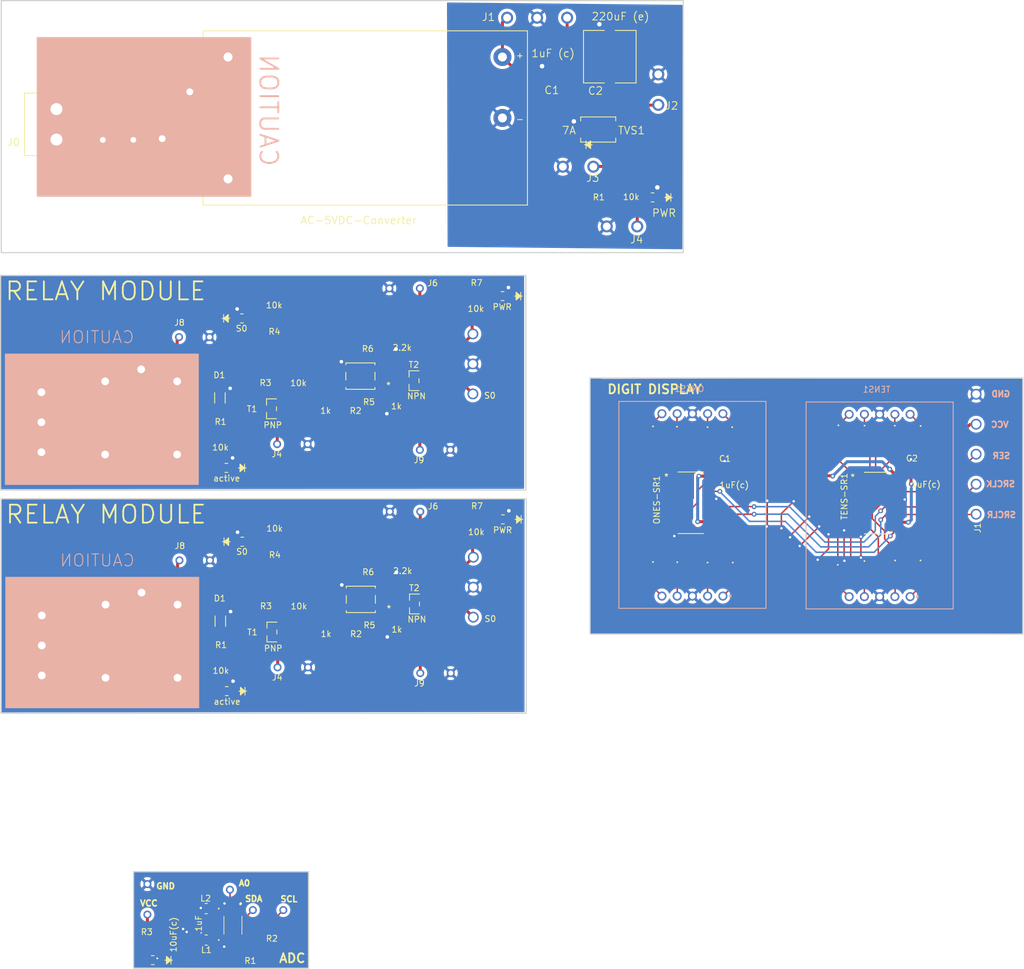
<source format=kicad_pcb>
(kicad_pcb (version 20221018) (generator pcbnew)
  (layers (0 "F.Cu" signal) (31 "B.Cu" signal) (34 "B.Paste" user) (35 "F.Paste" user) (36 "B.SilkS" user "B.Silkscreen") (37 "F.SilkS" user "F.Silkscreen") (38 "B.Mask" user) (39 "F.Mask" user) (44 "Edge.Cuts" user))
  (net 0 "")
  (net 1 "/VCC")
  (net 2 "/GND")
  (net 3 "Net-(J4-Pin_1)")
  (net 4 "/COM_INLET")
  (net 5 "/N{slash}O_INLET")
  (net 6 "Net-(J8-Pin_1)")
  (net 8 "Net-(Q1-Pad1)")
  (net 9 "Net-(Q1-Pad4)")
  (net 10 "/S0")
  (net 11 "/INLET_VCC")
  (net 12 "Net-(PWR1-Pad2)")
  (net 13 "Net-(R4-Pad1)")
  (net 14 "Net-(R1-Pad1)")
  (net 16 "/AGND")
  (net 17 "/AVCC")
  (net 18 "/A0")
  (net 19 "/SDA")
  (net 20 "/SCL")
  (net 21 "Net-(LED1-Pad2)")
  (net 22 "/O6")
  (net 23 "/O4")
  (net 24 "/O2")
  (net 25 "/O1")
  (net 26 "/O9")
  (net 27 "/O10")
  (net 28 "/O5")
  (net 29 "/O7")
  (net 30 "/T1")
  (net 31 "Net-(ONES1-Pad1)")
  (net 32 "Net-(ONES1-Pad2)")
  (net 33 "Net-(ONES1-Pad4)")
  (net 34 "Net-(ONES1-Pad5)")
  (net 35 "Net-(ONES1-Pad6)")
  (net 36 "Net-(ONES1-Pad7)")
  (net 37 "Net-(ONES1-Pad9)")
  (net 38 "Net-(ONES1-Pad10)")
  (net 40 "/T2")
  (net 41 "/T4")
  (net 42 "/T5")
  (net 43 "/T10")
  (net 44 "/T9")
  (net 45 "/T7")
  (net 46 "/T6")
  (net 47 "/SRCLK")
  (net 48 "/RCLK")
  (net 49 "/SER")
  (net 50 "/QH")
  (net 51 "Net-(R9-Pad2)")
  (net 52 "Net-(R10-Pad2)")
  (net 53 "Net-(R11-Pad2)")
  (net 54 "Net-(R12-Pad2)")
  (net 55 "Net-(R13-Pad1)")
  (net 56 "Net-(R14-Pad1)")
  (net 57 "Net-(R15-Pad1)")
  (net 58 "Net-(R16-Pad1)")
  (net 59 "/LIVE")
  (net 60 "/Neutral")
  (net 61 "Net-(u1-AC_L)")
  (footprint "pPSI:green LED" (layer "F.Cu") (at 58.36295 105.7282)
    (fp_text reference "S0")
    (fp_text value "green led" hide)
  )
  (footprint "pPSI:100ohm resistor" (layer "F.Cu") (at 162.04835 88.2432 -90)
    (fp_text reference "R15" hide)
    (fp_text value "100ohm-Resistor" hide)
  )
  (footprint "pPSI:220uF electrolytic capacitor" (layer "F.Cu") (at 119.605697 24.871449 90)
    (fp_text reference "C2")
    (fp_text value "220uF (e)")
  )
  (footprint "pPSI:NPN Transistor" (layer "F.Cu") (at 87.057102 116.11055 90)
    (fp_text reference "T2")
    (fp_text value "NPN")
  )
  (footprint "pPSI:NPN Transistor" (layer "F.Cu") (at 86.985999 78.889249 90)
    (fp_text reference "T2")
    (fp_text value "NPN")
  )
  (footprint "pPSI:optocoupler" (layer "F.Cu") (at 78.045199 78.127249 180)
    (fp_text reference "Q1" hide)
    (fp_text value "OPTOCOUPLER" hide)
  )
  (footprint "pPSI:optocoupler" (layer "F.Cu") (at 78.116302 115.34855 180)
    (fp_text reference "Q1" hide)
    (fp_text value "OPTOCOUPLER" hide)
  )
  (footprint "pPSI:ADS1115" (layer "F.Cu") (at 56.8 169.67 -90)
    (fp_text reference "U1" hide)
    (fp_text value "ADS1115IDGST" hide)
  )
  (footprint "pPSI:10kohm resistor" (layer "F.Cu") (at 57.3 174.9 90)
    (fp_text reference "R1")
    (fp_text value "10kohm" hide)
  )
  (footprint "pPSI:100ohm resistor" (layer "F.Cu") (at 130.84835 111.0039 -90)
    (fp_text reference "R3" hide)
    (fp_text value "100ohm-Resistor" hide)
  )
  (footprint "pPSI:1kohm resistor" (layer "F.Cu") (at 81.926302 119.63415)
    (fp_text reference "R5")
    (fp_text value "1k")
  )
  (footprint "pPSI:2 pin header" (layer "F.Cu") (at 64.24095 126.683)
    (fp_text reference "J4")
    (fp_text value "Conn_01x02" hide)
  )
  (footprint "pPSI:100ohm resistor" (layer "F.Cu") (at 126.79835 110.9737 -90)
    (fp_text reference "R4" hide)
    (fp_text value "100ohm-Resistor" hide)
  )
  (footprint "pPSI:small signal diode" (layer "F.Cu") (at 54.710302 118.98415 -90)
    (fp_text reference "D1")
    (fp_text value "Small-Signal-Diode" hide)
  )
  (footprint "pPSI:3 pin header" (layer "F.Cu") (at 96.790399 71.095249 -90)
    (fp_text reference "J3" hide)
    (fp_text value "Conn_01x03" hide)
  )
  (footprint "pPSI:470V Varistor" (layer "F.Cu") (at 47.317297 34.472649 -90)
    (fp_text reference "MOV1")
    (fp_text value "470V-Varistor" hide)
  )
  (footprint "pPSI:10kohm resistor" (layer "F.Cu") (at 54.74135 125.159 -90)
    (fp_text reference "R1")
    (fp_text value "10k")
  )
  (footprint "pPSI:2 pin header" (layer "F.Cu") (at 124.177697 53.167049 180)
    (fp_text reference "J4")
    (fp_text value "Conn_01x02" hide)
  )
  (footprint "pPSI:10kohm resistor" (layer "F.Cu") (at 63.611047 68.532099)
    (fp_text reference "R4")
    (fp_text value "10k")
  )
  (footprint "pPSI:100ohm resistor" (layer "F.Cu") (at 135.89835 88.4932 -90)
    (fp_text reference "R6" hide)
    (fp_text value "100ohm-Resistor" hide)
  )
  (footprint "pPSI:100ohm resistor" (layer "F.Cu") (at 130.79835 88.4234 -90)
    (fp_text reference "R7" hide)
    (fp_text value "100ohm-Resistor" hide)
  )
  (footprint "pPSI:2 pin header" (layer "F.Cu") (at 127.682897 32.897849 90)
    (fp_text reference "J2")
    (fp_text value "Conn_01x02" hide)
  )
  (footprint "pPSI:green LED" (layer "F.Cu") (at 43.45 175.5 180)
    (fp_text reference "LED1" hide)
    (fp_text value "PWR" hide)
  )
  (footprint "pPSI:ac-dc converter" (layer "F.Cu") (at 55.991397 24.922249)
    (fp_text reference "u1" hide)
    (fp_text value "AC-5VDC-Converter")
  )
  (footprint "pPSI:10kohm resistor" (layer "F.Cu") (at 42.7 172.8 90)
    (fp_text reference "R3")
    (fp_text value "10k" hide)
  )
  (footprint "pPSI:100ohm resistor" (layer "F.Cu") (at 135.89835 111.0737 -90)
    (fp_text reference "R2" hide)
    (fp_text value "100ohm-Resistor" hide)
  )
  (footprint "pPSI:1kohm resistor" (layer "F.Cu") (at 74.93435 121.1204 -90)
    (fp_text reference "R2")
    (fp_text value "1k")
  )
  (footprint "pPSI:1 pin header" (layer "F.Cu") (at 56.3 163.75)
    (fp_text reference "J3" hide)
    (fp_text value "Conn_01x01" hide)
  )
  (footprint "pPSI:100ohm resistor" (layer "F.Cu") (at 171.37975 110.7237 -90)
    (fp_text reference "R9" hide)
    (fp_text value "100ohm-Resistor" hide)
  )
  (footprint "pPSI:ferrite bead" (layer "F.Cu") (at 52.35 166.9 180)
    (fp_text reference "L2")
    (fp_text value "Ferrite-Bead" hide)
  )
  (footprint "pPSI:10kohm resistor" (layer "F.Cu") (at 97.289199 64.762849 180)
    (fp_text reference "R7")
    (fp_text value "10k")
  )
  (footprint "pPSI:FUSE" (layer "F.Cu") (at 40.205297 38.739849 180)
    (fp_text reference "F1")
    (fp_text value "FUSE" hide)
  )
  (footprint "pPSI:10kohm resistor" (layer "F.Cu") (at 60.7277 171.85 180)
    (fp_text reference "R2")
    (fp_text value "10kohm" hide)
  )
  (footprint "pPSI:100ohm resistor" (layer "F.Cu") (at 171.39835 88.2932 -90)
    (fp_text reference "R13" hide)
    (fp_text value "100ohm-Resistor" hide)
  )
  (footprint "pPSI:2.2kohm resisitor" (layer "F.Cu") (at 81.839199 73.562849 180)
    (fp_text reference "R6")
    (fp_text value "2.2k")
  )
  (footprint "pPSI:2 pin header" (layer "F.Cu") (at 42.55 167.9 90)
    (fp_text reference "J2" hide)
    (fp_text value "2-pin-header" hide)
  )
  (footprint "pPSI:3 pin header" (layer "F.Cu") (at 112.493697 18.369049 180)
    (fp_text reference "J1")
    (fp_text value "Conn_01x03" hide)
  )
  (footprint "pPSI:ferrite bead" (layer "F.Cu") (at 52.35 172.15 180)
    (fp_text reference "L1")
    (fp_text value "Ferrite-Bead" hide)
  )
  (footprint "pPSI:red LED" (layer "F.Cu") (at 55.78295 130.6482 180)
    (fp_text reference "active")
    (fp_text value "red led" hide)
  )
  (footprint "pPSI:100ohm resistor" (layer "F.Cu") (at 157.59835 111.4432 -90)
    (fp_text reference "R12" hide)
    (fp_text value "100ohm-Resistor" hide)
  )
  (footprint "pPSI:2-pin-terminal-block" (layer "F.Cu") (at 27.396697 38.689049 90)
    (fp_text reference "J0")
    (fp_text value "~" hide)
  )
  (footprint "pPSI:PNP Transistor" (layer "F.Cu") (at 63.30115 120.7902 90)
    (fp_text reference "T1")
    (fp_text value "PNP")
  )
  (footprint "pPSI:2 pin header" (layer "F.Cu") (at 116.862497 43.210249 180)
    (fp_text reference "J3")
    (fp_text value "Conn_01x02" hide)
  )
  (footprint "pPSI:2 pin header" (layer "F.Cu") (at 88.022302 100.71815 180)
    (fp_text reference "J6")
    (fp_text value "Conn_01x02" hide)
  )
  (footprint "pPSI:10kohm resistor" (layer "F.Cu") (at 63.68215 105.7534)
    (fp_text reference "R4")
    (fp_text value "10k")
  )
  (footprint "pPSI:red LED" (layer "F.Cu") (at 55.711847 93.426899 180)
    (fp_text reference "active")
    (fp_text value "red led" hide)
  )
  (footprint "pPSI:.1uF ceramic capacitor" (layer "F.Cu") (at 169.79835 93.8932 90)
    (fp_text reference "C2")
    (fp_text value ".1uF(c)")
  )
  (footprint "pPSI:100ohm resistor" (layer "F.Cu") (at 140.09835 111.0737 -90)
    (fp_text reference "R1" hide)
    (fp_text value "100ohm-Resistor" hide)
  )
  (footprint "pPSI:8 bit shift register" (layer "F.Cu") (at 164.14835 99.2932)
    (fp_text reference "TENS-SR1")
    (fp_text value "8bit-Shift-Register" hide)
  )
  (footprint "pPSI:2 pin header" (layer "F.Cu") (at 47.819199 71.624849)
    (fp_text reference "J8")
    (fp_text value "Conn_01x02" hide)
  )
  (footprint "pPSI:3-pin-terminal-block" (layer "F.Cu") (at 24.960302 118.03415 -90)
    (fp_text reference "J2")
    (fp_text value "~")
  )
  (footprint "pPSI:1kohm resistor" (layer "F.Cu") (at 74.863247 83.899099 -90)
    (fp_text reference "R2")
    (fp_text value "1k")
  )
  (footprint "pPSI:10kohm resistor" (layer "F.Cu") (at 120.326797 48.338249 180)
    (fp_text reference "R1")
    (fp_text value "10k")
  )
  (footprint "pPSI:5V Relay" (layer "F.Cu") (at 47.5812 116.220849 90)
    (fp_text reference "J1" hide)
    (fp_text value "5V-Relay" hide)
  )
  (footprint "pPSI:5V Relay" (layer "F.Cu") (at 47.510097 78.999548 90)
    (fp_text reference "J1" hide)
    (fp_text value "5V-Relay" hide)
  )
  (footprint "pPSI:10kohm resistor" (layer "F.Cu") (at 97.360302 101.98415 180)
    (fp_text reference "R7")
    (fp_text value "10k")
  )
  (footprint "pPSI:PNP Transistor" (layer "F.Cu") (at 63.230047 83.568899 90)
    (fp_text reference "T1")
    (fp_text value "PNP")
  )
  (footprint "pPSI:small signal diode" (layer "F.Cu") (at 54.639199 81.762849 -90)
    (fp_text reference "D1")
    (fp_text value "Small-Signal-Diode" hide)
  )
  (footprint "pPSI:green LED" (layer "F.Cu") (at 101.80295 102.0082 180)
    (fp_text reference "PWR")
    (fp_text value "green led" hide)
  )
  (footprint "pPSI:3-pin-terminal-block" (layer "F.Cu") (at 24.889199 80.812849 -90)
    (fp_text reference "J2")
    (fp_text value "~")
  )
  (footprint "pPSI:green LED" (layer "F.Cu") (at 101.731847 64.786899 180)
    (fp_text reference "PWR")
    (fp_text value "green led" hide)
  )
  (footprint "pPSI:1uF ceramic capacitor" (layer "F.Cu") (at 109.953697 27.472149 -90)
    (fp_text reference "C1")
    (fp_text value "1uF (c)")
  )
  (footprint "pPSI:100ohm resistor" (layer "F.Cu") (at 126.79835 88.3627 -90)
    (fp_text reference "R8" hide)
    (fp_text value "100ohm-Resistor" hide)
  )
  (footprint "pPSI:green LED" (layer "F.Cu") (at 58.291847 68.506899)
    (fp_text reference "S0")
    (fp_text value "green led" hide)
  )
  (footprint "pPSI:8 bit shift register" (layer "F.Cu") (at 133.09835 99.2432)
    (fp_text reference "ONES-SR1")
    (fp_text value "8bit-Shift-Register" hide)
  )
  (footprint "pPSI:100ohm resistor" (layer "F.Cu") (at 162.02975 110.8237 -90)
    (fp_text reference "R11" hide)
    (fp_text value "100ohm-Resistor" hide)
  )
  (footprint "pPSI:10uF Ceramic Capacitor" (layer "F.Cu") (at 48.75 171.35 -90)
    (fp_text reference "C1" hide)
    (fp_text value "10uF(c)")
  )
  (footprint "pPSI:100ohm resistor" (layer "F.Cu") (at 139.99835 88.4932 -90)
    (fp_text reference "R5" hide)
    (fp_text value "100ohm-Resistor" hide)
  )
  (footprint "pPSI:2 pin header" (layer "F.Cu") (at 60.12 167.15)
    (fp_text reference "J1" hide)
    (fp_text value "2-pin-header" hide)
  )
  (footprint "pPSI:100ohm resistor" (layer "F.Cu") (at 167.09835 88.2539 -90)
    (fp_text reference "R14" hide)
    (fp_text value "100ohm-Resistor" hide)
  )
  (footprint "pPSI:2 pin header" (layer "F.Cu") (at 64.169847 89.461699)
    (fp_text reference "J4")
    (fp_text value "Conn_01x02" hide)
  )
  (footprint "pPSI:2 pin header" (layer "F.Cu") (at 47.890302 108.84615)
    (fp_text reference "J8")
    (fp_text value "Conn_01x02" hide)
  )
  (footprint "pPSI:10kohm resistor" (layer "F.Cu") (at 64.855647 79.428699 180)
    (fp_text reference "R3")
    (fp_text value "10k")
  )
  (footprint "pPSI:100ohm resistor" (layer "F.Cu") (at 157.69835 88.1932 -90)
    (fp_text reference "R16" hide)
    (fp_text value "100ohm-Resistor" hide)
  )
  (footprint "pPSI:2 pin header" (layer "F.Cu") (at 87.951199 63.496849 180)
    (fp_text reference "J6")
    (fp_text value "Conn_01x02" hide)
  )
  (footprint "pPSI:10kohm resistor" (layer "F.Cu") (at 54.670247 87.937699 -90)
    (fp_text reference "R1")
    (fp_text value "10k")
  )
  (footprint "pPSI:7A TVS diode" (layer "F.Cu") (at 117.675297 37.012649 180)
    (fp_text reference "TVS1")
    (fp_text value "7A")
  )
  (footprint "pPSI:.1uF ceramic capacitor" (layer "F.Cu") (at 138.79835 94.1432 90)
    (fp_text reference "C1")
    (fp_text value ".1uF(c)")
  )
  (footprint "pPSI:100ohm resistor" (layer "F.Cu") (at 167.14835 110.7237 -90)
    (fp_text reference "R10" hide)
    (fp_text value "100ohm-Resistor" hide)
  )
  (footprint "pPSI:2 pin header" (layer "F.Cu") (at 88.022302 127.64215)
    (fp_text reference "J9")
    (fp_text value "Conn_01x02" hide)
  )
  (footprint "pPSI:.1uF ceramic capacitor" (layer "F.Cu") (at 53.25 169.5432 -90)
    (fp_text reference "C2" hide)
    (fp_text value ".1uF")
  )
  (footprint "pPSI:green LED" (layer "F.Cu") (at 126.740297 48.338249 180)
    (fp_text reference "LED1" hide)
    (fp_text value "PWR")
  )
  (footprint "pPSI:5 pin header" (layer "F.Cu") (at 180.64835 101.1432 90)
    (fp_text reference "J1")
    (fp_text value "5-pin-header" hide)
  )
  (footprint "pPSI:10kohm resistor" (layer "F.Cu") (at 64.92675 116.65 180)
    (fp_text reference "R3")
    (fp_text value "10k")
  )
  (footprint "pPSI:3 pin header" (layer "F.Cu") (at 96.861502 108.31655 -90)
    (fp_text reference "J3" hide)
    (fp_text value "Conn_01x03" hide)
  )
  (footprint "pPSI:2.2kohm resisitor" (layer "F.Cu") (at 81.910302 110.78415 180)
    (fp_text reference "R6")
    (fp_text value "2.2k")
  )
  (footprint "pPSI:1kohm resistor" (layer "F.Cu") (at 81.855199 82.412849)
    (fp_text reference "R5")
    (fp_text value "1k")
  )
  (footprint "pPSI:2 pin header" (layer "F.Cu") (at 87.951199 90.420849)
    (fp_text reference "J9")
    (fp_text value "Conn_01x02" hide)
  )
  (footprint "pPSI:7 segment display" (layer "B.Cu") (at 150.13475 95.9972 180)
    (fp_text reference "ONES1")
    (fp_text value "7-Segment-Display" hide)
  )
  (footprint "pPSI:7 segment display" (layer "B.Cu") (at 181.33475 96.0972 180)
    (fp_text reference "TENS1")
    (fp_text value "7-Segment-Display" hide)
  )
  (gr_rect (start 18.92735 111.6462) (end 51.13455 133.4394) (stroke (width 0.1)) (fill solid) (layer "B.SilkS"))
  (gr_rect (start 18.856247 74.424899) (end 51.063447 96.218099) (stroke (width 0.1)) (fill solid) (layer "B.SilkS"))
  (gr_rect (start 24.212497 21.707848) (end 59.772497 48.123848) (stroke (width 0.2)) (fill solid) (layer "B.SilkS"))
  (gr_line (start 41.259047 86.413699) (end 41.259047 79.860499) (stroke (width 0.5)) (layer "F.SilkS"))
  (gr_line (start 46.339047 92.916099) (end 41.259047 86.413699) (stroke (width 0.5)) (layer "F.SilkS"))
  (gr_line (start 46.41015 130.1374) (end 41.33015 123.635) (stroke (width 0.5)) (layer "F.SilkS"))
  (gr_line (start 41.33015 123.635) (end 41.33015 117.0818) (stroke (width 0.5)) (layer "F.SilkS"))
  (gr_rect (start 116.29835 78.4432) (end 188.44835 121.1432) (stroke (width 0.2)) (fill none) (layer "Edge.Cuts"))
  (gr_rect (start 40.25 176.85) (end 69.4 160.75) (stroke (width 0.2)) (fill none) (layer "Edge.Cuts"))
  (gr_rect (start 18.208897 15.518249) (end 131.848497 57.535849) (stroke (width 0.2)) (fill none) (layer "Edge.Cuts"))
  (gr_rect (start 18.160302 98.57015) (end 105.675502 134.33415) (stroke (width 0.2)) (fill none) (layer "Edge.Cuts"))
  (gr_rect (start 18.089199 61.348849) (end 105.604399 97.112849) (stroke (width 0.2)) (fill none) (layer "Edge.Cuts"))
  (gr_text "CAUTION" (at 27.797047 72.799299) (layer "B.SilkS") (effects (font (size 2 2)) (justify right bottom mirror)))
  (gr_text "SRCLK" (at 187.24835 96.6932) (layer "B.SilkS") (effects (font (size 1 1) (thickness 0.25) bold) (justify left bottom mirror)))
  (gr_text "VCC\n" (at 186.19835 86.7932) (layer "B.SilkS") (effects (font (size 1 1) (thickness 0.25) bold) (justify left bottom mirror)))
  (gr_text "CAUTION" (at 60.982497 43.362649 270) (layer "B.SilkS") (effects (font (size 3 3) (thickness 0.3) bold) (justify left bottom mirror)))
  (gr_text "GND" (at 186.44835 81.6932) (layer "B.SilkS") (effects (font (size 1 1) (thickness 0.25) bold) (justify left bottom mirror)))
  (gr_text "CAUTION" (at 27.86815 110.0206) (layer "B.SilkS") (effects (font (size 2 2)) (justify right bottom mirror)))
  (gr_text "SER" (at 186.44835 91.9932) (layer "B.SilkS") (effects (font (size 1 1) (thickness 0.25) bold) (justify left bottom mirror)))
  (gr_text "SRCLR" (at 187.39835 101.8432) (layer "B.SilkS") (effects (font (size 1 1) (thickness 0.25) bold) (justify left bottom mirror)))
  (gr_text "L" (at 49.956897 44.964649) (layer "F.SilkS") (effects (font (size 1 1)) (justify left bottom)))
  (gr_text "ADC" (at 64.35 176.05) (layer "F.SilkS") (effects (font (size 1.5 1.5) (thickness 0.3) bold) (justify left bottom)))
  (gr_text "GND" (at 43.9 163.75) (layer "F.SilkS") (effects (font (size 1 1) (thickness 0.25) bold) (justify left bottom)))
  (gr_text "VCC" (at 41.2 166.6) (layer "F.SilkS") (effects (font (size 1 1) (thickness 0.25) bold) (justify left bottom)))
  (gr_text "DIGIT DISPLAY" (at 119.04835 81.1932) (layer "F.SilkS") (effects (font (size 1.5 1.5) (thickness 0.3) bold) (justify left bottom)))
  (gr_text "RELAY MODULE" (at 18.74955 102.934) (layer "F.SilkS") (effects (font (size 3 3) (thickness 0.3) bold) (justify left bottom)))
  (gr_text "COM" (at 22.571599 77.670049) (layer "F.SilkS") (effects (font (size 1.5 1.5) (thickness 0.1875)) (justify left bottom)))
  (gr_text "A0" (at 57.65 163.25) (layer "F.SilkS") (effects (font (size 1 1) (thickness 0.25) bold) (justify left bottom)))
  (gr_text "SDA" (at 58.7 165.85) (layer "F.SilkS") (effects (font (size 1 1) (thickness 0.25) bold) (justify left bottom)))
  (gr_text "+" (at 103.906897 25.234649) (layer "F.SilkS") (effects (font (size 1 1)) (justify left bottom)))
  (gr_text "RELAY MODULE" (at 18.678447 65.712699) (layer "F.SilkS") (effects (font (size 3 3) (thickness 0.3) bold) (justify left bottom)))
  (gr_text "N" (at 49.956897 23.904649) (layer "F.SilkS") (effects (font (size 1 1)) (justify left bottom)))
  (gr_text "SCL" (at 64.6 165.9) (layer "F.SilkS") (effects (font (size 1 1) (thickness 0.25) bold) (justify left bottom)))
  (gr_text "-\n" (at 103.906897 35.874649) (layer "F.SilkS") (effects (font (size 1 1)) (justify left bottom)))
  (gr_text "COM" (at 22.642702 114.89135) (layer "F.SilkS") (effects (font (size 1.5 1.5) (thickness 0.1875)) (justify left bottom)))
  (segment (start 96.666899 70.971749) (end 96.790399 71.095249) (width 0.5) (layer "F.Cu") (net 1))
  (segment (start 109.953697 28.345649) (end 112.646097 28.345649) (width 0.5) (layer "F.Cu") (net 1))
  (segment (start 50.6223 175.5223) (end 57.3 175.5223) (width 0.5) (layer "F.Cu") (net 1))
  (segment (start 169.79835 94.5) (end 169.79835 96.0432) (width 0.5) (layer "F.Cu") (net 1))
  (segment (start 48.725099 172.1777) (end 48.75 172.152799) (width 0.5) (layer "F.Cu") (net 1))
  (segment (start 127.835297 32.948649) (end 124.330097 32.948649) (width 0.5) (layer "F.Cu") (net 1))
  (segment (start 134.45335 94.7982) (end 134.44835 94.7932) (width 0.5) (layer "F.Cu") (net 1))
  (segment (start 100.414499 64.762849) (end 100.514499 64.862849) (width 0.25) (layer "F.Cu") (net 1))
  (segment (start 119.504097 48.137849) (end 119.704497 48.338249) (width 0.5) (layer "F.Cu") (net 1))
  (segment (start 119.448497 28.376649) (end 119.605697 28.219449) (width 0.5) (layer "F.Cu") (net 1))
  (segment (start 119.504097 42.394649) (end 119.504097 48.137849) (width 0.5) (layer "F.Cu") (net 1))
  (segment (start 112.544497 21.163049) (end 112.544497 27.126449) (width 0.5) (layer "F.Cu") (net 1))
  (segment (start 112.646097 28.345649) (end 113.763697 28.345649) (width 0.5) (layer "F.Cu") (net 1))
  (segment (start 48.75 173.65) (end 50.6223 175.5223) (width 0.5) (layer "F.Cu") (net 1))
  (segment (start 97.982602 101.98415) (end 100.485602 101.98415) (width 0.5) (layer "F.Cu") (net 1))
  (segment (start 166.869698 94.8482) (end 166.869698 94.264548) (width 0.5) (layer "F.Cu") (net 1))
  (segment (start 60.85 175.55) (end 60.8223 175.5223) (width 0.5) (layer "F.Cu") (net 1))
  (segment (start 112.493697 18.369049) (end 112.493697 21.112249) (width 0.5) (layer "F.Cu") (net 1))
  (segment (start 101.711397 24.922249) (end 101.711397 19.151349) (width 0.5) (layer "F.Cu") (net 1))
  (segment (start 96.790399 64.886349) (end 96.666899 64.762849) (width 0.5) (layer "F.Cu") (net 1))
  (segment (start 138.79835 94.75) (end 135.867898 94.75) (width 0.5) (layer "F.Cu") (net 1))
  (segment (start 112.544497 27.126449) (end 113.763697 28.345649) (width 0.5) (layer "F.Cu") (net 1))
  (segment (start 89.067502 116.11055) (end 96.861502 108.31655) (width 0.5) (layer "F.Cu") (net 1))
  (segment (start 135.794698 102.3932) (end 135.819698 102.4182) (width 0.5) (layer "F.Cu") (net 1))
  (segment (start 119.479497 28.345649) (end 119.605697 28.219449) (width 0.5) (layer "F.Cu") (net 1))
  (segment (start 135.819698 94.7982) (end 134.45335 94.7982) (width 0.5) (layer "F.Cu") (net 1))
  (segment (start 88.996399 78.889249) (end 96.790399 71.095249) (width 0.5) (layer "F.Cu") (net 1))
  (segment (start 42.55 167.9) (end 42.55 172.0277) (width 0.5) (layer "F.Cu") (net 1))
  (segment (start 156.74835 94.7932) (end 156.70515 94.75) (width 0.5) (layer "F.Cu") (net 1))
  (segment (start 48.75 172.152799) (end 48.75 173.65) (width 0.5) (layer "F.Cu") (net 1))
  (segment (start 42.55 172.0277) (end 42.7 172.1777) (width 0.5) (layer "F.Cu") (net 1))
  (segment (start 97.911499 64.762849) (end 100.414499 64.762849) (width 0.5) (layer "F.Cu") (net 1))
  (segment (start 118.739297 43.159449) (end 119.504097 42.394649) (width 0.5) (layer "F.Cu") (net 1))
  (segment (start 60.8223 175.5223) (end 57.3 175.5223) (width 0.5) (layer "F.Cu") (net 1))
  (segment (start 48.75 172.152799) (end 51.471001 172.152799) (width 0.5) (layer "F.Cu") (net 1))
  (segment (start 113.763697 28.345649) (end 119.479497 28.345649) (width 0.5) (layer "F.Cu") (net 1))
  (segment (start 134.24835 102.3932) (end 135.794698 102.3932) (width 0.5) (layer "F.Cu") (net 1))
  (segment (start 119.532297 37.012649) (end 119.532297 42.366449) (width 0.5) (layer "F.Cu") (net 1))
  (segment (start 167.217898 94.5) (end 166.869698 94.8482) (width 0.5) (layer "F.Cu") (net 1))
  (segment (start 100.485602 101.98415) (end 100.585602 102.08415) (width 0.25) (layer "F.Cu") (net 1))
  (segment (start 119.605697 28.219449) (end 119.605697 33.761449) (width 0.5) (layer "F.Cu") (net 1))
  (segment (start 166.869698 94.264548) (end 166.24835 93.6432) (width 0.5) (layer "F.Cu") (net 1))
  (segment (start 119.532297 42.366449) (end 119.504097 42.394649) (width 0.5) (layer "F.Cu") (net 1))
  (segment (start 124.279297 32.897849) (end 120.469297 32.897849) (width 0.5) (layer "F.Cu") (net 1))
  (segment (start 96.861502 102.10765) (end 96.738002 101.98415) (width 0.5) (layer "F.Cu") (net 1))
  (segment (start 61.35 171.85) (end 61.35 175.05) (width 0.5) (layer "F.Cu") (net 1))
  (segment (start 119.605697 36.939249) (end 119.532297 37.012649) (width 0.5) (layer "F.Cu") (net 1))
  (segment (start 96.666899 64.762849) (end 96.666899 70.971749) (width 0.5) (layer "F.Cu") (net 1))
  (segment (start 169.79835 96.0432) (end 169.84835 96.0932) (width 0.5) (layer "F.Cu") (net 1))
  (segment (start 119.605697 33.761449) (end 119.605697 36.939249) (width 0.5) (layer "F.Cu") (net 1))
  (segment (start 156.70515 94.75) (end 138.79835 94.75) (width 0.5) (layer "F.Cu") (net 1))
  (segment (start 166.894698 102.4932) (end 166.869698 102.4682) (width 0.5) (layer "F.Cu") (net 1))
  (segment (start 120.469297 32.897849) (end 119.605697 33.761449) (width 0.5) (layer "F.Cu") (net 1))
  (segment (start 105.134797 28.345649) (end 101.711397 24.922249) (width 0.5) (layer "F.Cu") (net 1))
  (segment (start 86.091902 116.11055) (end 89.067502 116.11055) (width 0.5) (layer "F.Cu") (net 1))
  (segment (start 169.34835 102.4932) (end 166.894698 102.4932) (width 0.5) (layer "F.Cu") (net 1))
  (segment (start 169.79835 94.5) (end 171.30165 94.5) (width 0.5) (layer "F.Cu") (net 1))
  (segment (start 101.711397 19.151349) (end 102.493697 18.369049) (width 0.5) (layer "F.Cu") (net 1))
  (segment (start 51.471001 172.152799) (end 51.4738 172.15) (width 0.5) (layer "F.Cu") (net 1))
  (segment (start 109.953697 28.345649) (end 105.134797 28.345649) (width 0.5) (layer "F.Cu") (net 1))
  (segment (start 112.493697 21.112249) (end 112.544497 21.163049) (width 0.5) (layer "F.Cu") (net 1))
  (segment (start 61.35 175.05) (end 60.85 175.55) (width 0.5) (layer "F.Cu") (net 1))
  (segment (start 116.862497 43.159449) (end 118.739297 43.159449) (width 0.5) (layer "F.Cu") (net 1))
  (segment (start 171.30165 94.5) (end 179.60845 86.1932) (width 0.5) (layer "F.Cu") (net 1))
  (segment (start 86.020799 78.889249) (end 88.996399 78.889249) (width 0.5) (layer "F.Cu") (net 1))
  (segment (start 124.330097 32.948649) (end 124.279297 32.897849) (width 0.5) (layer "F.Cu") (net 1))
  (segment (start 96.738002 108.19305) (end 96.861502 108.31655) (width 0.5) (layer "F.Cu") (net 1))
  (segment (start 135.867898 94.75) (end 135.819698 94.7982) (width 0.5) (layer "F.Cu") (net 1))
  (segment (start 42.7 172.1777) (end 48.725099 172.1777) (width 0.5) (layer "F.Cu") (net 1))
  (segment (start 96.738002 101.98415) (end 96.738002 108.19305) (width 0.5) (layer "F.Cu") (net 1))
  (segment (start 169.79835 94.5) (end 167.217898 94.5) (width 0.5) (layer "F.Cu") (net 1))
  (via (at 134.44835 94.7932) (size 0.8) (drill 0.4) (layers "F.Cu" "B.Cu") (net 1))
  (via (at 156.74835 94.7932) (size 0.8) (drill 0.4) (layers "F.Cu" "B.Cu") (net 1))
  (via (at 169.34835 102.4932) (size 0.8) (drill 0.4) (layers "F.Cu" "B.Cu") (net 1))
  (via (at 169.84835 96.0932) (size 0.8) (drill 0.4) (layers "F.Cu" "B.Cu") (net 1))
  (via (at 134.24835 102.3932) (size 0.8) (drill 0.4) (layers "F.Cu" "B.Cu") (net 1))
  (via (at 166.24835 93.6432) (size 0.8) (drill 0.4) (layers "F.Cu" "B.Cu") (net 1))
  (segment (start 164.99835 92.3932) (end 159.14835 92.3932) (width 0.5) (layer "B.Cu") (net 1))
  (segment (start 169.84835 102.0932) (end 169.44835 102.4932) (width 0.5) (layer "B.Cu") (net 1))
  (segment (start 169.44835 102.4932) (end 169.34835 102.4932) (width 0.5) (layer "B.Cu") (net 1))
  (segment (start 169.84835 96.0932) (end 169.84835 102.0932) (width 0.5) (layer "B.Cu") (net 1))
  (segment (start 159.14835 92.3932) (end 156.74835 94.7932) (width 0.5) (layer "B.Cu") (net 1))
  (segment (start 134.24835 94.9932) (end 134.24835 102.3932) (width 0.5) (layer "B.Cu") (net 1))
  (segment (start 166.24835 93.6432) (end 164.99835 92.3932) (width 0.5) (layer "B.Cu") (net 1))
  (segment (start 134.44835 94.7932) (end 134.24835 94.9932) (width 0.5) (layer "B.Cu") (net 1))
  (segment (start 168.71335 98.6582) (end 168.74835 98.6932) (width 0.25) (layer "F.Cu") (net 2))
  (segment (start 56.3 172.3) (end 55.35 173.25) (width 0.25) (layer "F.Cu") (net 2))
  (segment (start 119.605697 21.523449) (end 119.605697 21.193449) (width 0.25) (layer "F.Cu") (net 2))
  (segment (start 156.04835 106.9432) (end 154.24835 108.7432) (width 0.25) (layer "F.Cu") (net 2))
  (segment (start 145.84835 103.0932) (end 145.74835 103.1932) (width 0.25) (layer "F.Cu") (net 2))
  (segment (start 138.79835 92.3432) (end 138.74835 92.2932) (width 0.25) (layer "F.Cu") (net 2))
  (segment (start 102.84915 102.0082) (end 102.84915 100.6444) (width 0.5) (layer "F.Cu") (net 2))
  (segment (start 82.548602 121.582548) (end 82.52295 121.6082) (width 0.25) (layer "F.Cu") (net 2))
  (segment (start 108.460897 26.598649) (end 108.316897 26.454649) (width 0.25) (layer "F.Cu") (net 2))
  (segment (start 74.870199 75.718547) (end 74.871847 75.716899) (width 0.25) (layer "F.Cu") (net 2))
  (segment (start 161.427002 103.7382) (end 161.427002 104.871852) (width 0.25) (layer "F.Cu") (net 2))
  (segment (start 135.819698 98.6082) (end 137.33335 98.6082) (width 0.25) (layer "F.Cu") (net 2))
  (segment (start 109.953697 26.598649) (end 108.460897 26.598649) (width 0.5) (layer "F.Cu") (net 2))
  (segment (start 138.79835 93.5364) (end 138.79835 92.3432) (width 0.25) (layer "F.Cu") (net 2))
  (segment (start 74.941302 112.939848) (end 74.94295 112.9382) (width 0.25) (layer "F.Cu") (net 2))
  (segment (start 57.58825 105.7282) (end 57.58825 104.1675) (width 0.5) (layer "F.Cu") (net 2))
  (segment (start 55.8 167.52) (end 55.8 166.45) (width 0.25) (layer "F.Cu") (net 2))
  (segment (start 102.778047 64.786899) (end 102.778047 63.423099) (width 0.5) (layer "F.Cu") (net 2))
  (segment (start 130.377002 104.764548) (end 130.34835 104.7932) (width 0.25) (layer "F.Cu") (net 2))
  (segment (start 56.3 171.82) (end 56.3 172.3) (width 0.25) (layer "F.Cu") (net 2))
  (segment (start 56.341847 80.162849) (end 54.740999 80.162849) (width 0.5) (layer "F.Cu") (net 2))
  (segment (start 119.605697 21.193449) (end 117.866897 19.454649) (width 0.5) (layer "F.Cu") (net 2))
  (segment (start 127.514997 46.676549) (end 127.526897 46.664649) (width 0.25) (layer "F.Cu") (net 2))
  (segment (start 166.869698 98.6582) (end 168.71335 98.6582) (width 0.25) (layer "F.Cu") (net 2))
  (segment (start 158.64835 108.8677) (end 158.69835 108.9177) (width 0.25) (layer "F.Cu") (net 2))
  (segment (start 151.24835 106.3932) (end 151.24835 106.4432) (width 0.25) (layer "F.Cu") (net 2))
  (segment (start 84.0089 110.78415) (end 84.04295 110.8182) (width 0.5) (layer "F.Cu") (net 2))
  (segment (start 152.84835 101.5432) (end 149.64835 104.7432) (width 0.25) (layer "F.Cu") (net 2))
  (segment (start 102.778047 63.423099) (end 102.711847 63.356899) (width 0.5) (layer "F.Cu") (net 2))
  (segment (start 145.84835 98.8932) (end 145.84835 103.0932) (width 0.25) (layer "F.Cu") (net 2))
  (segment (start 55.8 171.82) (end 55.8 172.8) (width 0.25) (layer "F.Cu") (net 2))
  (segment (start 158.64835 103.8432) (end 158.64835 108.8677) (width 0.25) (layer "F.Cu") (net 2))
  (segment (start 130.377002 103.6882) (end 130.377002 104.764548) (width 0.25) (layer "F.Cu") (net 2))
  (segment (start 82.554999 73.562849) (end 83.937797 73.562849) (width 0.5) (layer "F.Cu") (net 2))
  (segment (start 82.477499 82.412849) (end 82.477499 84.361247) (width 0.5) (layer "F.Cu") (net 2))
  (segment (start 57.8 167.52) (end 57.8 166.35) (width 0.25) (layer "F.Cu") (net 2))
  (segment (start 114.974897 37.012649) (end 113.616897 35.654649) (width 0.5) (layer "F.Cu") (net 2))
  (segment (start 102.84915 100.6444) (end 102.78295 100.5782) (width 0.5) (layer "F.Cu") (net 2))
  (segment (start 154.49835 103.1932) (end 151.24835 106.4432) (width 0.25) (layer "F.Cu") (net 2))
  (segment (start 56.758047 93.426899) (end 56.758047 91.773099) (width 0.5) (layer "F.Cu") (net 2))
  (segment (start 57.517147 68.506899) (end 57.517147 66.946199) (width 0.5) (layer "F.Cu") (net 2))
  (segment (start 161.44835 108.3932) (end 161.44835 104.8932) (width 0.25) (layer "F.Cu") (net 2))
  (segment (start 127.514997 48.338249) (end 127.514997 46.676549) (width 0.5) (layer "F.Cu") (net 2))
  (segment (start 55.8 166.45) (end 55.4 166.05) (width 0.25) (layer "F.Cu") (net 2))
  (segment (start 169.79835 93.2864) (end 169.79835 91.9932) (width 0.25) (layer "F.Cu") (net 2))
  (segment (start 82.548602 119.63415) (end 82.548602 121.582548) (width 0.5) (layer "F.Cu") (net 2))
  (segment (start 56.758047 91.773099) (end 56.751847 91.766899) (width 0.25) (layer "F.Cu") (net 2))
  (segment (start 161.427002 104.871852) (end 161.44835 104.8932) (width 0.25) (layer "F.Cu") (net 2))
  (segment (start 137.33335 98.6082) (end 137.34835 98.5932) (width 0.25) (layer "F.Cu") (net 2))
  (segment (start 56.82915 130.6482) (end 56.82915 128.9944) (width 0.5) (layer "F.Cu") (net 2))
  (segment (start 149.64835 104.7432) (end 149.64835 104.9932) (width 0.25) (layer "F.Cu") (net 2))
  (segment (start 56.82915 128.9944) (end 56.82295 128.9882) (width 0.25) (layer "F.Cu") (net 2))
  (segment (start 83.937797 73.562849) (end 83.971847 73.596899) (width 0.5) (layer "F.Cu") (net 2))
  (segment (start 54.740999 80.162849) (end 54.639199 80.061049) (width 0.25) (layer "F.Cu") (net 2))
  (segment (start 115.818297 37.012649) (end 114.974897 37.012649) (width 0.25) (layer "F.Cu") (net 2))
  (segment (start 56.41295 117.38415) (end 54.812102 117.38415) (width 0.5) (layer "F.Cu") (net 2))
  (segment (start 74.941302 114.07855) (end 74.941302 112.939848) (width 0.5) (layer "F.Cu") (net 2))
  (segment (start 148.19835 101.0432) (end 148.19835 103.4932) (width 0.25) (layer "F.Cu") (net 2))
  (segment (start 150.24835 98.9932) (end 148.19835 101.0432) (width 0.25) (layer "F.Cu") (net 2))
  (segment (start 57.517147 66.946199) (end 57.502647 66.931699) (width 0.25) (layer "F.Cu") (net 2))
  (segment (start 156.04835 104.4932) (end 156.04835 106.9432) (width 0.25) (layer "F.Cu") (net 2))
  (segment (start 127.514997 48.338249) (end 127.514997 48.402749) (width 0.25) (layer "F.Cu") (net 2))
  (segment (start 74.870199 76.857249) (end 74.870199 75.718547) (width 0.5) (layer "F.Cu") (net 2))
  (segment (start 55.8 172.8) (end 55.35 173.25) (width 0.25) (layer "F.Cu") (net 2))
  (segment (start 149.59835 104.9932) (end 149.64835 104.9932) (width 0.25) (layer "F.Cu") (net 2))
  (segment (start 82.626102 110.78415) (end 84.0089 110.78415) (width 0.5) (layer "F.Cu") (net 2))
  (segment (start 54.812102 117.38415) (end 54.710302 117.28235) (width 0.25) (layer "F.Cu") (net 2))
  (segment (start 82.477499 84.361247) (end 82.451847 84.386899) (width 0.25) (layer "F.Cu") (net 2))
  (segment (start 57.58825 104.1675) (end 57.57375 104.153) (width 0.25) (layer "F.Cu") (net 2))
  (segment (start 57.8 166.35) (end 58.1 166.05) (width 0.25) (layer "F.Cu") (net 2))
  (via blind (at 74.871847 75.716899) (size 0.8) (drill 0.6) (layers "F.Cu" "B.Cu") (net 2))
  (via (at 48.5 170.3) (size 0.8) (drill 0.4) (layers "F.Cu" "B.Cu") (net 2))
  (via blind (at 127.526897 46.664649) (size 1) (drill 0.75) (layers "F.Cu" "B.Cu") (net 2))
  (via micro (at 154.24835 108.7432) (size 0.8) (drill 0.4) (layers "F.Cu" "B.Cu") (net 2))
  (via blind (at 113.616897 35.654649) (size 1) (drill 0.75) (layers "F.Cu" "B.Cu") (net 2))
  (via micro (at 149.64835 104.9932) (size 0.8) (drill 0.4) (layers "F.Cu" "B.Cu") (net 2))
  (via (at 168.74835 98.6932) (size 0.8) (drill 0.4) (layers "F.Cu" "B.Cu") (net 2))
  (via micro (at 156.04835 104.4932) (size 0.8) (drill 0.4) (layers "F.Cu" "B.Cu") (net 2))
  (via blind (at 56.41295 117.38415) (size 0.8) (drill 0.6) (layers "F.Cu" "B.Cu") (net 2))
  (via blind (at 56.341847 80.162849) (size 0.8) (drill 0.6) (layers "F.Cu" "B.Cu") (net 2))
  (via (at 161.44835 104.8932) (size 0.8) (drill 0.4) (layers "F.Cu" "B.Cu") (net 2))
  (via (at 130.34835 104.7932) (size 0.8) (drill 0.4) (layers "F.Cu" "B.Cu") (net 2))
  (via blind (at 117.866897 19.454649) (size 1) (drill 0.75) (layers "F.Cu" "B.Cu") (net 2))
  (via blind (at 58.1 166.05) (size 0.8) (drill 0.4) (layers "F.Cu" "B.Cu") (net 2))
  (via micro (at 161.44835 108.3932) (size 0.8) (drill 0.4) (layers "F.Cu" "B.Cu") (net 2))
  (via micro (at 158.64835 103.8432) (size 0.8) (drill 0.4) (layers "F.Cu" "B.Cu") (net 2))
  (via (at 137.34835 98.5932) (size 0.8) (drill 0.4) (layers "F.Cu" "B.Cu") (net 2))
  (via micro (at 150.24835 98.9932) (size 0.8) (drill 0.4) (layers "F.Cu" "B.Cu") (net 2))
  (via blind (at 108.316897 26.454649) (size 1) (drill 0.75) (layers "F.Cu" "B.Cu") (net 2))
  (via blind (at 102.78295 100.5782) (size 0.8) (drill 0.6) (layers "F.Cu" "B.Cu") (net 2))
  (via blind (at 55.35 173.25) (size 0.8) (drill 0.4) (layers "F.Cu" "B.Cu") (net 2))
  (via micro (at 152.84835 101.5432) (size 0.8) (drill 0.4) (layers "F.Cu" "B.Cu") (net 2))
  (via micro (at 145.74835 103.1932) (size 0.8) (drill 0.4) (layers "F.Cu" "B.Cu") (net 2))
  (via micro (at 145.84835 98.8932) (size 0.8) (drill 0.4) (layers "F.Cu" "B.Cu") (net 2))
  (via (at 44.2 175.2) (size 0.5) (drill 0.3) (layers "F.Cu" "B.Cu") (net 2))
  (via blind (at 55.4 166.05) (size 0.8) (drill 0.4) (layers "F.Cu" "B.Cu") (net 2))
  (via (at 169.79835 91.9932) (size 0.8) (drill 0.4) (layers "F.Cu" "B.Cu") (net 2))
  (via blind (at 56.82295 128.9882) (size 0.8) (drill 0.6) (layers "F.Cu" "B.Cu") (net 2))
  (via blind (at 57.57375 104.153) (size 0.8) (drill 0.6) (layers "F.Cu" "B.Cu") (net 2))
  (via (at 49.1 170.8) (size 0.8) (drill 0.4) (layers "F.Cu" "B.Cu") (net 2))
  (via micro (at 158.69835 108.9177) (size 0.8) (drill 0.4) (layers "F.Cu" "B.Cu") (net 2))
  (via micro (at 148.19835 103.4932) (size 0.8) (drill 0.4) (layers "F.Cu" "B.Cu") (net 2))
  (via blind (at 82.451847 84.386899) (size 0.8) (drill 0.6) (layers "F.Cu" "B.Cu") (net 2))
  (via (at 138.74835 92.2932) (size 0.8) (drill 0.4) (layers "F.Cu" "B.Cu") (net 2))
  (via blind (at 82.52295 121.6082) (size 0.8) (drill 0.6) (layers "F.Cu" "B.Cu") (net 2))
  (via blind (at 102.711847 63.356899) (size 0.8) (drill 0.6) (layers "F.Cu" "B.Cu") (net 2))
  (via blind (at 57.502647 66.931699) (size 0.8) (drill 0.6) (layers "F.Cu" "B.Cu") (net 2))
  (via (at 51.45 166.8) (size 0.8) (drill 0.4) (layers "F.Cu" "B.Cu") (net 2))
  (via blind (at 84.04295 110.8182) (size 0.8) (drill 0.6) (layers "F.Cu" "B.Cu") (net 2))
  (via blind (at 83.971847 73.596899) (size 0.8) (drill 0.6) (layers "F.Cu" "B.Cu") (net 2))
  (via micro (at 151.24835 106.4432) (size 0.8) (drill 0.4) (layers "F.Cu" "B.Cu") (net 2))
  (via micro (at 154.49835 103.1932) (size 0.8) (drill 0.4) (layers "F.Cu" "B.Cu") (net 2))
  (via blind (at 74.94295 112.9382) (size 0.8) (drill 0.6) (layers "F.Cu" "B.Cu") (net 2))
  (via blind (at 56.751847 91.766899) (size 0.8) (drill 0.6) (layers "F.Cu" "B.Cu") (net 2))
  (segment (start 64.26635 121.7427) (end 64.26635 126.6576) (width 0.5) (layer "F.Cu") (net 3))
  (segment (start 64.195247 89.436299) (end 64.169847 89.461699) (width 0.5) (layer "F.Cu") (net 3))
  (segment (start 64.195247 84.521399) (end 74.863247 84.521399) (width 0.5) (layer "F.Cu") (net 3))
  (segment (start 122.706297 48.338249) (end 122.856897 48.338249) (width 0.5) (layer "F.Cu") (net 3))
  (segment (start 124.177697 49.659049) (end 122.856897 48.338249) (width 0.5) (layer "F.Cu") (net 3))
  (segment (start 124.177697 53.167049) (end 124.177697 49.659049) (width 0.5) (layer "F.Cu") (net 3))
  (segment (start 64.26635 121.7427) (end 74.93435 121.7427) (width 0.5) (layer "F.Cu") (net 3))
  (segment (start 64.195247 84.521399) (end 64.195247 89.436299) (width 0.5) (layer "F.Cu") (net 3))
  (segment (start 122.856897 48.338249) (end 125.965597 48.338249) (width 0.5) (layer "F.Cu") (net 3))
  (segment (start 120.949097 48.338249) (end 122.706297 48.338249) (width 0.5) (layer "F.Cu") (net 3))
  (segment (start 64.26635 126.6576) (end 64.24095 126.683) (width 0.5) (layer "F.Cu") (net 3))
  (segment (start 28.210399 84.121649) (end 38.319599 84.121649) (width 2.5) (layer "F.Cu") (net 4))
  (segment (start 38.319599 84.121649) (end 41.510096 80.931152) (width 2.5) (layer "F.Cu") (net 4))
  (segment (start 28.281502 121.34295) (end 38.390702 121.34295) (width 2.5) (layer "F.Cu") (net 4))
  (segment (start 25.081102 118.14255) (end 28.281502 121.34295) (width 2.5) (layer "F.Cu") (net 4))
  (segment (start 41.510096 80.931152) (end 41.510096 76.999548) (width 2.5) (layer "F.Cu") (net 4))
  (segment (start 38.390702 121.34295) (end 41.581199 118.152453) (width 2.5) (layer "F.Cu") (net 4))
  (segment (start 25.009999 80.921249) (end 28.210399 84.121649) (width 2.5) (layer "F.Cu") (net 4))
  (segment (start 41.581199 118.152453) (end 41.581199 114.220849) (width 2.5) (layer "F.Cu") (net 4))
  (segment (start 25.009999 90.921249) (end 35.2318 90.921249) (width 2.5) (layer "F.Cu") (net 5))
  (segment (start 35.2318 90.921249) (end 35.5101 91.199549) (width 2.5) (layer "F.Cu") (net 5))
  (segment (start 35.302903 128.14255) (end 35.581203 128.42085) (width 2.5) (layer "F.Cu") (net 5))
  (segment (start 25.081102 128.14255) (end 35.302903 128.14255) (width 2.5) (layer "F.Cu") (net 5))
  (segment (start 47.581199 116.220849) (end 47.581199 109.155253) (width 0.5) (layer "F.Cu") (net 6))
  (segment (start 54.74135 125.7813) (end 54.74135 130.1755) (width 0.5) (layer "F.Cu") (net 6))
  (segment (start 54.710302 120.68595) (end 52.0463 120.68595) (width 0.5) (layer "F.Cu") (net 6))
  (segment (start 62.2317 120.68595) (end 62.33595 120.7902) (width 0.5) (layer "F.Cu") (net 6))
  (segment (start 47.581199 109.155253) (end 47.890302 108.84615) (width 0.5) (layer "F.Cu") (net 6))
  (segment (start 54.639199 87.284351) (end 54.670247 87.315399) (width 0.5) (layer "F.Cu") (net 6))
  (segment (start 52.0463 120.68595) (end 47.581199 116.220849) (width 0.5) (layer "F.Cu") (net 6))
  (segment (start 47.510096 71.933952) (end 47.819199 71.624849) (width 0.5) (layer "F.Cu") (net 6))
  (segment (start 54.710302 124.505652) (end 54.74135 124.5367) (width 0.5) (layer "F.Cu") (net 6))
  (segment (start 54.670247 88.559999) (end 54.670247 92.954199) (width 0.5) (layer "F.Cu") (net 6))
  (segment (start 62.160597 83.464649) (end 62.264847 83.568899) (width 0.5) (layer "F.Cu") (net 6))
  (segment (start 47.510096 78.999548) (end 47.510096 71.933952) (width 0.5) (layer "F.Cu") (net 6))
  (segment (start 51.975197 83.464649) (end 47.510096 78.999548) (width 0.5) (layer "F.Cu") (net 6))
  (segment (start 54.639199 83.464649) (end 62.160597 83.464649) (width 0.5) (layer "F.Cu") (net 6))
  (segment (start 54.710302 120.68595) (end 54.710302 124.505652) (width 0.5) (layer "F.Cu") (net 6))
  (segment (start 54.710302 120.68595) (end 62.2317 120.68595) (width 0.5) (layer "F.Cu") (net 6))
  (segment (start 54.74135 130.1755) (end 54.75405 130.1882) (width 0.25) (layer "F.Cu") (net 6))
  (segment (start 54.639199 83.464649) (end 51.975197 83.464649) (width 0.5) (layer "F.Cu") (net 6))
  (segment (start 54.670247 92.954199) (end 54.682947 92.966899) (width 0.25) (layer "F.Cu") (net 6))
  (segment (start 54.639199 83.464649) (end 54.639199 87.284351) (width 0.5) (layer "F.Cu") (net 6))
  (segment (start 81.220199 79.397249) (end 81.220199 82.400149) (width 0.5) (layer "F.Cu") (net 8))
  (segment (start 81.291302 119.62145) (end 81.304002 119.63415) (width 0.25) (layer "F.Cu") (net 8))
  (segment (start 81.220199 82.400149) (end 81.232899 82.412849) (width 0.25) (layer "F.Cu") (net 8))
  (segment (start 81.291302 116.61855) (end 81.291302 119.62145) (width 0.5) (layer "F.Cu") (net 8))
  (segment (start 68.05095 116.65) (end 65.54905 116.65) (width 0.5) (layer "F.Cu") (net 9))
  (segment (start 67.91125 116.6246) (end 67.9173 116.61855) (width 0.5) (layer "F.Cu") (net 9))
  (segment (start 67.979847 79.428699) (end 65.477947 79.428699) (width 0.5) (layer "F.Cu") (net 9))
  (segment (start 68.005247 79.403299) (end 67.979847 79.428699) (width 0.5) (layer "F.Cu") (net 9))
  (segment (start 67.846197 79.397249) (end 74.870199 79.397249) (width 0.5) (layer "F.Cu") (net 9))
  (segment (start 68.07635 116.6246) (end 67.91125 116.6246) (width 0.5) (layer "F.Cu") (net 9))
  (segment (start 67.840147 79.403299) (end 67.846197 79.397249) (width 0.5) (layer "F.Cu") (net 9))
  (segment (start 68.005247 79.403299) (end 67.840147 79.403299) (width 0.5) (layer "F.Cu") (net 9))
  (segment (start 68.07635 116.6246) (end 68.05095 116.65) (width 0.5) (layer "F.Cu") (net 9))
  (segment (start 67.9173 116.61855) (end 74.941302 116.61855) (width 0.5) (layer "F.Cu") (net 9))
  (segment (start 74.941302 120.491148) (end 74.93435 120.4981) (width 0.5) (layer "F.Cu") (net 9))
  (segment (start 74.870199 79.397249) (end 74.870199 83.269847) (width 0.5) (layer "F.Cu") (net 9))
  (segment (start 74.870199 83.269847) (end 74.863247 83.276799) (width 0.5) (layer "F.Cu") (net 9))
  (segment (start 74.941302 116.61855) (end 74.941302 120.491148) (width 0.5) (layer "F.Cu") (net 9))
  (segment (start 88.022302 117.06305) (end 95.658802 117.06305) (width 0.5) (layer "F.Cu") (net 10))
  (segment (start 85.355302 118.67595) (end 87.209502 118.67595) (width 0.5) (layer "F.Cu") (net 10))
  (segment (start 95.658802 117.11385) (end 96.861502 118.31655) (width 0.5) (layer "F.Cu") (net 10))
  (segment (start 95.587699 79.841749) (end 95.587699 79.892549) (width 0.5) (layer "F.Cu") (net 10))
  (segment (start 81.291302 114.07855) (end 81.291302 110.78745) (width 0.5) (layer "F.Cu") (net 10))
  (segment (start 81.291302 114.07855) (end 81.291302 114.61195) (width 0.5) (layer "F.Cu") (net 10))
  (segment (start 87.209502 118.67595) (end 88.022302 117.86315) (width 0.5) (layer "F.Cu") (net 10))
  (segment (start 87.951199 80.641849) (end 87.951199 79.841749) (width 0.5) (layer "F.Cu") (net 10))
  (segment (start 81.220199 77.390649) (end 85.284199 81.454649) (width 0.5) (layer "F.Cu") (net 10))
  (segment (start 88.022302 117.06305) (end 88.022302 127.64215) (width 0.5) (layer "F.Cu") (net 10))
  (segment (start 81.220199 73.566149) (end 81.216899 73.562849) (width 0.5) (layer "F.Cu") (net 10))
  (segment (start 95.587699 79.892549) (end 96.790399 81.095249) (width 0.5) (layer "F.Cu") (net 10))
  (segment (start 87.951199 79.841749) (end 95.587699 79.841749) (width 0.5) (layer "F.Cu") (net 10))
  (segment (start 81.291302 110.78745) (end 81.288002 110.78415) (width 0.5) (layer "F.Cu") (net 10))
  (segment (start 88.022302 117.86315) (end 88.022302 117.06305) (width 0.5) (layer "F.Cu") (net 10))
  (segment (start 87.951199 79.841749) (end 87.951199 90.420849) (width 0.5) (layer "F.Cu") (net 10))
  (segment (start 81.291302 114.61195) (end 85.355302 118.67595) (width 0.5) (layer "F.Cu") (net 10))
  (segment (start 81.220199 76.857249) (end 81.220199 77.390649) (width 0.5) (layer "F.Cu") (net 10))
  (segment (start 87.138399 81.454649) (end 87.951199 80.641849) (width 0.5) (layer "F.Cu") (net 10))
  (segment (start 85.284199 81.454649) (end 87.138399 81.454649) (width 0.5) (layer "F.Cu") (net 10))
  (segment (start 95.658802 117.06305) (end 95.658802 117.11385) (width 0.5) (layer "F.Cu") (net 10))
  (segment (start 81.220199 76.857249) (end 81.220199 73.566149) (width 0.5) (layer "F.Cu") (net 10))
  (segment (start 66.813352 105.7534) (end 64.30445 105.7534) (width 0.5) (layer "F.Cu") (net 11))
  (segment (start 64.233347 82.578299) (end 64.195247 82.616399) (width 0.5) (layer "F.Cu") (net 11))
  (segment (start 70.018299 68.512849) (end 66.761499 68.512849) (width 0.5) (layer "F.Cu") (net 11))
  (segment (start 64.233347 68.532099) (end 64.233347 79.428699) (width 0.5) (layer "F.Cu") (net 11))
  (segment (start 70.089402 105.73415) (end 66.832602 105.73415) (width 0.5) (layer "F.Cu") (net 11))
  (segment (start 83.120102 105.74735) (end 70.102602 105.74735) (width 0.5) (layer "F.Cu") (net 11))
  (segment (start 83.048999 68.526049) (end 70.031499 68.526049) (width 0.5) (layer "F.Cu") (net 11))
  (segment (start 66.761499 68.512849) (end 66.742249 68.532099) (width 0.5) (layer "F.Cu") (net 11))
  (segment (start 70.102602 105.74735) (end 70.089402 105.73415) (width 0.5) (layer "F.Cu") (net 11))
  (segment (start 87.951199 73.428249) (end 87.951199 63.496849) (width 0.5) (layer "F.Cu") (net 11))
  (segment (start 88.022302 110.64955) (end 88.022302 100.71815) (width 0.5) (layer "F.Cu") (net 11))
  (segment (start 64.30445 116.65) (end 64.30445 119.7996) (width 0.5) (layer "F.Cu") (net 11))
  (segment (start 66.832602 105.73415) (end 66.813352 105.7534) (width 0.5) (layer "F.Cu") (net 11))
  (segment (start 87.951199 77.936749) (end 87.951199 73.428249) (width 0.5) (layer "F.Cu") (net 11))
  (segment (start 70.031499 68.526049) (end 70.018299 68.512849) (width 0.5) (layer "F.Cu") (net 11))
  (segment (start 64.233347 79.428699) (end 64.233347 82.578299) (width 0.5) (layer "F.Cu") (net 11))
  (segment (start 88.022302 115.15805) (end 88.022302 110.64955) (width 0.5) (layer "F.Cu") (net 11))
  (segment (start 87.951199 73.428249) (end 83.048999 68.526049) (width 0.5) (layer "F.Cu") (net 11))
  (segment (start 88.022302 110.64955) (end 83.120102 105.74735) (width 0.5) (layer "F.Cu") (net 11))
  (segment (start 64.30445 119.7996) (end 64.26635 119.8377) (width 0.5) (layer "F.Cu") (net 11))
  (segment (start 64.30445 105.7534) (end 64.30445 116.65) (width 0.5) (layer "F.Cu") (net 11))
  (segment (start 66.742249 68.532099) (end 64.233347 68.532099) (width 0.5) (layer "F.Cu") (net 11))
  (segment (start 61.135747 68.532099) (end 61.110547 68.506899) (width 0.5) (layer "F.Cu") (net 13))
  (segment (start 62.988747 68.532099) (end 61.135747 68.532099) (width 0.5) (layer "F.Cu") (net 13))
  (segment (start 59.116547 68.556899) (end 59.066547 68.506899) (width 0.25) (layer "F.Cu") (net 13))
  (segment (start 61.110547 68.506899) (end 59.066547 68.506899) (width 0.5) (layer "F.Cu") (net 13))
  (segment (start 61.20685 105.7534) (end 61.18165 105.7282) (width 0.5) (layer "F.Cu") (net 13))
  (segment (start 59.18765 105.7782) (end 59.13765 105.7282) (width 0.25) (layer "F.Cu") (net 13))
  (segment (start 63.05985 105.7534) (end 61.20685 105.7534) (width 0.5) (layer "F.Cu") (net 13))
  (segment (start 61.18165 105.7282) (end 59.13765 105.7282) (width 0.5) (layer "F.Cu") (net 13))
  (segment (start 53.25 168.9364) (end 56.211659 168.9364) (width 0.25) (layer "F.Cu") (net 16))
  (segment (start 53.25 166.9238) (end 53.2262 166.9) (width 0.5) (layer "F.Cu") (net 16))
  (segment (start 56.8 168.348059) (end 56.211659 168.9364) (width 0.25) (layer "F.Cu") (net 16))
  (segment (start 53.25 168.9364) (end 53.25 166.9238) (width 0.5) (layer "F.Cu") (net 16))
  (segment (start 56.8 167.52) (end 56.8 168.348059) (width 0.25) (layer "F.Cu") (net 16))
  (segment (start 56.825 171.795) (end 56.825 171.016941) (width 0.25) (layer "F.Cu") (net 17))
  (segment (start 53.25 170.15) (end 55.958059 170.15) (width 0.25) (layer "F.Cu") (net 17))
  (segment (start 56.8 171.82) (end 56.825 171.795) (width 0.25) (layer "F.Cu") (net 17))
  (segment (start 53.2262 170.1738) (end 53.25 170.15) (width 0.5) (layer "F.Cu") (net 17))
  (segment (start 56.825 171.016941) (end 55.958059 170.15) (width 0.25) (layer "F.Cu") (net 17))
  (segment (start 53.2262 172.15) (end 53.2262 170.1738) (width 0.5) (layer "F.Cu") (net 17))
  (segment (start 56.325 163.725) (end 56.325 167.495) (width 0.25) (layer "F.Cu") (net 18))
  (segment (start 56.325 167.495) (end 56.3 167.52) (width 0.25) (layer "F.Cu") (net 18))
  (segment (start 56.3 163.7) (end 56.325 163.725) (width 0.25) (layer "F.Cu") (net 18))
  (segment (start 57.3 174.2777) (end 57.3 171.82) (width 0.25) (layer "F.Cu") (net 19))
  (segment (start 57.3 171.82) (end 57.3 169.97) (width 0.25) (layer "F.Cu") (net 19))
  (segment (start 57.3 169.97) (end 60.12 167.15) (width 0.25) (layer "F.Cu") (net 19))
  (segment (start 57.83 171.85) (end 57.8 171.82) (width 0.25) (layer "F.Cu") (net 20))
  (segment (start 60.1054 171.85) (end 57.83 171.85) (width 0.25) (layer "F.Cu") (net 20))
  (segment (start 57.8 171.82) (end 57.8 170.9) (width 0.25) (layer "F.Cu") (net 20))
  (segment (start 62.85 169.5) (end 65.2 167.15) (width 0.25) (layer "F.Cu") (net 20))
  (segment (start 57.8 170.9) (end 59.2 169.5) (width 0.25) (layer "F.Cu") (net 20))
  (segment (start 59.2 169.5) (end 62.85 169.5) (width 0.25) (layer "F.Cu") (net 20))
  (segment (start 42.6753 173.447) (end 42.7 173.4223) (width 0.25) (layer "F.Cu") (net 21))
  (segment (start 42.6753 175.5) (end 42.6753 173.447) (width 0.25) (layer "F.Cu") (net 21))
  (segment (start 130.377002 94.7982) (end 129.30335 94.7982) (width 0.25) (layer "F.Cu") (net 22))
  (segment (start 129.30335 94.7982) (end 126.79835 92.2932) (width 0.25) (layer "F.Cu") (net 22))
  (segment (start 126.79835 92.2932) (end 126.79835 88.9822) (width 0.25) (layer "F.Cu") (net 22))
  (segment (start 126.89835 109.1932) (end 126.79835 109.2932) (width 0.25) (layer "F.Cu") (net 23))
  (segment (start 126.79835 109.2932) (end 126.79835 110.3542) (width 0.25) (layer "F.Cu") (net 23))
  (segment (start 129.928553 96.0682) (end 126.89835 99.098403) (width 0.25) (layer "F.Cu") (net 23))
  (segment (start 130.377002 96.0682) (end 129.928553 96.0682) (width 0.25) (layer "F.Cu") (net 23))
  (segment (start 126.89835 99.098403) (end 126.89835 109.1932) (width 0.25) (layer "F.Cu") (net 23))
  (segment (start 128.59835 98.668403) (end 128.59835 108.9932) (width 0.25) (layer "F.Cu") (net 24))
  (segment (start 130.377002 97.3382) (end 129.928553 97.3382) (width 0.25) (layer "F.Cu") (net 24))
  (segment (start 130.00715 109.5432) (end 130.84835 110.3844) (width 0.25) (layer "F.Cu") (net 24))
  (segment (start 128.59835 108.9932) (end 129.14835 109.5432) (width 0.25) (layer "F.Cu") (net 24))
  (segment (start 129.14835 109.5432) (end 130.00715 109.5432) (width 0.25) (layer "F.Cu") (net 24))
  (segment (start 129.928553 97.3382) (end 128.59835 98.668403) (width 0.25) (layer "F.Cu") (net 24))
  (segment (start 131.89835 90.5932) (end 130.79835 89.4932) (width 0.25) (layer "F.Cu") (net 25))
  (segment (start 130.825451 98.6082) (end 131.89835 97.535301) (width 0.25) (layer "F.Cu") (net 25))
  (segment (start 130.377002 98.6082) (end 130.825451 98.6082) (width 0.25) (layer "F.Cu") (net 25))
  (segment (start 130.79835 89.4932) (end 130.79835 89.0429) (width 0.25) (layer "F.Cu") (net 25))
  (segment (start 131.89835 97.535301) (end 131.89835 90.5932) (width 0.25) (layer "F.Cu") (net 25))
  (segment (start 130.377002 99.8782) (end 130.825451 99.8782) (width 0.25) (layer "F.Cu") (net 26))
  (segment (start 132.89835 91.1432) (end 134.14835 89.8932) (width 0.25) (layer "F.Cu") (net 26))
  (segment (start 135.11785 89.8932) (end 135.89835 89.1127) (width 0.25) (layer "F.Cu") (net 26))
  (segment (start 134.14835 89.8932) (end 135.11785 89.8932) (width 0.25) (layer "F.Cu") (net 26))
  (segment (start 130.825451 99.8782) (end 132.89835 97.805301) (width 0.25) (layer "F.Cu") (net 26))
  (segment (start 132.89835 97.805301) (end 132.89835 91.1432) (width 0.25) (layer "F.Cu") (net 26))
  (segment (start 130.377002 101.1482) (end 130.825451 101.1482) (width 0.25) (layer "F.Cu") (net 27))
  (segment (start 134.79835 93.7432) (end 138.49835 90.0432) (width 0.25) (layer "F.Cu") (net 27))
  (segment (start 133.49835 94.4432) (end 134.19835 93.7432) (width 0.25) (layer "F.Cu") (net 27))
  (segment (start 138.49835 90.0432) (end 139.06785 90.0432) (width 0.25) (layer "F.Cu") (net 27))
  (segment (start 133.49835 98.475301) (end 133.49835 94.4432) (width 0.25) (layer "F.Cu") (net 27))
  (segment (start 139.06785 90.0432) (end 139.99835 89.1127) (width 0.25) (layer "F.Cu") (net 27))
  (segment (start 134.19835 93.7432) (end 134.79835 93.7432) (width 0.25) (layer "F.Cu") (net 27))
  (segment (start 130.825451 101.1482) (end 133.49835 98.475301) (width 0.25) (layer "F.Cu") (net 27))
  (segment (start 130.377002 102.4182) (end 130.763451 102.4182) (width 0.25) (layer "F.Cu") (net 28))
  (segment (start 132.69835 107.1432) (end 134.94835 109.3932) (width 0.25) (layer "F.Cu") (net 28))
  (segment (start 134.94835 109.5042) (end 135.89835 110.4542) (width 0.25) (layer "F.Cu") (net 28))
  (segment (start 132.69835 104.353099) (end 132.69835 107.1432) (width 0.25) (layer "F.Cu") (net 28))
  (segment (start 134.94835 109.3932) (end 134.94835 109.5042) (width 0.25) (layer "F.Cu") (net 28))
  (segment (start 130.763451 102.4182) (end 132.69835 104.353099) (width 0.25) (layer "F.Cu") (net 28))
  (segment (start 134.14835 103.5932) (end 134.14835 105.1932) (width 0.25) (layer "F.Cu") (net 29))
  (segment (start 132.74835 100.6932) (end 132.74835 102.1932) (width 0.25) (layer "F.Cu") (net 29))
  (segment (start 132.74835 102.1932) (end 134.14835 103.5932) (width 0.25) (layer "F.Cu") (net 29))
  (segment (start 134.14835 99.2932) (end 132.74835 100.6932) (width 0.25) (layer "F.Cu") (net 29))
  (segment (start 139.23735 109.5932) (end 140.09835 110.4542) (width 0.25) (layer "F.Cu") (net 29))
  (segment (start 138.54835 109.5932) (end 139.23735 109.5932) (width 0.25) (layer "F.Cu") (net 29))
  (segment (start 135.371249 96.0682) (end 134.14835 97.291099) (width 0.25) (layer "F.Cu") (net 29))
  (segment (start 135.819698 96.0682) (end 135.371249 96.0682) (width 0.25) (layer "F.Cu") (net 29))
  (segment (start 134.14835 97.291099) (end 134.14835 99.2932) (width 0.25) (layer "F.Cu") (net 29))
  (segment (start 134.14835 105.1932) (end 138.54835 109.5932) (width 0.25) (layer "F.Cu") (net 29))
  (segment (start 162.94835 97.585301) (end 162.94835 90.4432) (width 0.25) (layer "F.Cu") (net 30))
  (segment (start 161.427002 98.6582) (end 161.875451 98.6582) (width 0.25) (layer "F.Cu") (net 30))
  (segment (start 161.875451 98.6582) (end 162.94835 97.585301) (width 0.25) (layer "F.Cu") (net 30))
  (segment (start 162.04835 89.5432) (end 162.04835 88.8627) (width 0.25) (layer "F.Cu") (net 30))
  (segment (start 162.94835 90.4432) (end 162.04835 89.5432) (width 0.25) (layer "F.Cu") (net 30))
  (segment (start 140.09835 111.6932) (end 140.14835 111.6432) (width 0.25) (layer "F.Cu") (net 31))
  (segment (start 140.14835 113.0956) (end 138.45075 114.7932) (width 0.25) (layer "F.Cu") (net 31))
  (segment (start 140.14835 111.6432) (end 140.14835 113.0956) (width 0.25) (layer "F.Cu") (net 31))
  (segment (start 135.89835 114.7808) (end 135.91075 114.7932) (width 0.25) (layer "F.Cu") (net 32))
  (segment (start 135.89835 111.6932) (end 135.89835 114.7808) (width 0.25) (layer "F.Cu") (net 32))
  (segment (start 130.84835 111.6234) (end 130.84835 114.7756) (width 0.25) (layer "F.Cu") (net 33))
  (segment (start 130.84835 114.7756) (end 130.83075 114.7932) (width 0.25) (layer "F.Cu") (net 33))
  (segment (start 126.79835 113.3008) (end 128.29075 114.7932) (width 0.25) (layer "F.Cu") (net 34))
  (segment (start 126.79835 111.5932) (end 126.79835 113.3008) (width 0.25) (layer "F.Cu") (net 34))
  (segment (start 126.79835 85.88561) (end 128.29075 84.39321) (width 0.25) (layer "F.Cu") (net 35))
  (segment (start 126.79835 87.7432) (end 126.79835 85.88561) (width 0.25) (layer "F.Cu") (net 35))
  (segment (start 130.79835 84.42561) (end 130.83075 84.39321) (width 0.25) (layer "F.Cu") (net 36))
  (segment (start 130.79835 87.8039) (end 130.79835 84.42561) (width 0.25) (layer "F.Cu") (net 36))
  (segment (start 135.89835 84.40561) (end 135.91075 84.39321) (width 0.25) (layer "F.Cu") (net 37))
  (segment (start 135.89835 87.8737) (end 135.89835 84.40561) (width 0.25) (layer "F.Cu") (net 37))
  (segment (start 139.99835 87.8737) (end 139.99835 85.94081) (width 0.25) (layer "F.Cu") (net 38))
  (segment (start 139.99835 85.94081) (end 138.45075 84.39321) (width 0.25) (layer "F.Cu") (net 38))
  (segment (start 159.74835 98.618403) (end 159.74835 108.5932) (width 0.25) (layer "F.Cu") (net 40))
  (segment (start 159.74835 108.5932) (end 160.54835 109.3932) (width 0.25) (layer "F.Cu") (net 40))
  (segment (start 160.54835 109.3932) (end 161.35935 110.2042) (width 0.25) (layer "F.Cu") (net 40))
  (segment (start 160.978553 97.3882) (end 159.74835 98.618403) (width 0.25) (layer "F.Cu") (net 40))
  (segment (start 161.35935 110.2042) (end 162.02975 110.2042) (width 0.25) (layer "F.Cu") (net 40))
  (segment (start 161.427002 97.3882) (end 160.978553 97.3882) (width 0.25) (layer "F.Cu") (net 40))
  (segment (start 161.427002 96.1182) (end 160.978553 96.1182) (width 0.25) (layer "F.Cu") (net 41))
  (segment (start 157.59835 99.498403) (end 157.59835 110.8237) (width 0.25) (layer "F.Cu") (net 41))
  (segment (start 160.978553 96.1182) (end 157.59835 99.498403) (width 0.25) (layer "F.Cu") (net 41))
  (segment (start 161.875451 102.4682) (end 164.34835 104.941099) (width 0.25) (layer "F.Cu") (net 42))
  (segment (start 164.34835 104.941099) (end 164.34835 108.5932) (width 0.25) (layer "F.Cu") (net 42))
  (segment (start 164.34835 108.5932) (end 165.85935 110.1042) (width 0.25) (layer "F.Cu") (net 42))
  (segment (start 161.427002 102.4682) (end 161.875451 102.4682) (width 0.25) (layer "F.Cu") (net 42))
  (segment (start 165.85935 110.1042) (end 167.14835 110.1042) (width 0.25) (layer "F.Cu") (net 42))
  (segment (start 164.54835 93.9932) (end 166.99835 91.5432) (width 0.25) (layer "F.Cu") (net 43))
  (segment (start 170.51785 89.7932) (end 171.39835 88.9127) (width 0.25) (layer "F.Cu") (net 43))
  (segment (start 164.54835 98.525301) (end 164.54835 93.9932) (width 0.25) (layer "F.Cu") (net 43))
  (segment (start 161.427002 101.1982) (end 161.875451 101.1982) (width 0.25) (layer "F.Cu") (net 43))
  (segment (start 166.99835 91.5432) (end 168.19835 91.5432) (width 0.25) (layer "F.Cu") (net 43))
  (segment (start 169.94835 89.7932) (end 170.51785 89.7932) (width 0.25) (layer "F.Cu") (net 43))
  (segment (start 161.875451 101.1982) (end 164.54835 98.525301) (width 0.25) (layer "F.Cu") (net 43))
  (segment (start 168.19835 91.5432) (end 169.94835 89.7932) (width 0.25) (layer "F.Cu") (net 43))
  (segment (start 163.89835 97.905301) (end 163.89835 91.5432) (width 0.25) (layer "F.Cu") (net 44))
  (segment (start 163.89835 91.5432) (end 166.56815 88.8734) (width 0.25) (layer "F.Cu") (net 44))
  (segment (start 166.56815 88.8734) (end 167.09835 88.8734) (width 0.25) (layer "F.Cu") (net 44))
  (segment (start 161.875451 99.9282) (end 163.89835 97.905301) (width 0.25) (layer "F.Cu") (net 44))
  (segment (start 161.427002 99.9282) (end 161.875451 99.9282) (width 0.25) (layer "F.Cu") (net 44))
  (segment (start 166.869698 96.1182) (end 166.421249 96.1182) (width 0.25) (layer "F.Cu") (net 45))
  (segment (start 169.59835 109.4432) (end 170.71875 109.4432) (width 0.25) (layer "F.Cu") (net 45))
  (segment (start 170.71875 109.4432) (end 171.37975 110.1042) (width 0.25) (layer "F.Cu") (net 45))
  (segment (start 165.39835 97.141099) (end 165.39835 98.8432) (width 0.25) (layer "F.Cu") (net 45))
  (segment (start 165.39835 103.9432) (end 165.39835 105.2432) (width 0.25) (layer "F.Cu") (net 45))
  (segment (start 163.34835 101.8932) (end 165.39835 103.9432) (width 0.25) (layer "F.Cu") (net 45))
  (segment (start 166.421249 96.1182) (end 165.39835 97.141099) (width 0.25) (layer "F.Cu") (net 45))
  (segment (start 163.34835 100.8932) (end 163.34835 101.8932) (width 0.25) (layer "F.Cu") (net 45))
  (segment (start 165.39835 98.8432) (end 163.34835 100.8932) (width 0.25) (layer "F.Cu") (net 45))
  (segment (start 165.39835 105.2432) (end 169.59835 109.4432) (width 0.25) (layer "F.Cu") (net 45))
  (segment (start 160.45335 94.8482) (end 157.69835 92.0932) (width 0.25) (layer "F.Cu") (net 46))
  (segment (start 161.427002 94.8482) (end 160.45335 94.8482) (width 0.25) (layer "F.Cu") (net 46))
  (segment (start 157.69835 92.0932) (end 157.69835 88.8127) (width 0.25) (layer "F.Cu") (net 46))
  (segment (start 166.869698 101.1982) (end 180.59335 101.1982) (width 0.25) (layer "F.Cu") (net 47))
  (segment (start 180.59335 101.1982) (end 180.64835 101.1432) (width 0.25) (layer "F.Cu") (net 47))
  (segment (start 135.819698 101.1482) (end 143.64835 101.1482) (width 0.25) (layer "F.Cu") (net 47))
  (segment (start 166.869698 101.1982) (end 165.64335 101.1982) (width 0.25) (layer "F.Cu") (net 47))
  (segment (start 165.64335 101.1982) (end 164.74835 102.0932) (width 0.25) (layer "F.Cu") (net 47))
  (via (at 164.74835 102.0932) (size 0.8) (drill 0.4) (layers "F.Cu" "B.Cu") (net 47))
  (via micro (at 143.64835 101.1482) (size 0.8) (drill 0.4) (layers "F.Cu" "B.Cu") (net 47))
  (segment (start 162.74835 106.5932) (end 164.74835 104.5932) (width 0.25) (layer "B.Cu") (net 47))
  (segment (start 145.49835 101.1432) (end 149.29835 101.1432) (width 0.25) (layer "B.Cu") (net 47))
  (segment (start 164.74835 104.5932) (end 164.74835 102.0932) (width 0.25) (layer "B.Cu") (net 47))
  (segment (start 145.49335 101.1482) (end 145.49835 101.1432) (width 0.25) (layer "B.Cu") (net 47))
  (segment (start 143.64835 101.1482) (end 145.49335 101.1482) (width 0.25) (layer "B.Cu") (net 47))
  (segment (start 154.74835 106.5932) (end 162.74835 106.5932) (width 0.25) (layer "B.Cu") (net 47))
  (segment (start 149.29835 101.1432) (end 154.74835 106.5932) (width 0.25) (layer "B.Cu") (net 47))
  (segment (start 143.63335 99.8782) (end 143.64835 99.8932) (width 0.25) (layer "F.Cu") (net 48))
  (segment (start 166.834698 99.8932) (end 166.869698 99.9282) (width 0.25) (layer "F.Cu") (net 48))
  (segment (start 176.86335 99.9282) (end 180.64835 96.1432) (width 0.25) (layer "F.Cu") (net 48))
  (segment (start 166.869698 99.9282) (end 176.86335 99.9282) (width 0.25) (layer "F.Cu") (net 48))
  (segment (start 165.43335 99.8932) (end 166.834698 99.8932) (width 0.25) (layer "F.Cu") (net 48))
  (segment (start 165.44835 99.8932) (end 164.74835 100.5932) (width 0.25) (layer "F.Cu") (net 48))
  (segment (start 135.819698 99.8782) (end 143.63335 99.8782) (width 0.25) (layer "F.Cu") (net 48))
  (via micro (at 143.64835 99.8932) (size 0.8) (drill 0.4) (layers "F.Cu" "B.Cu") (net 48))
  (via (at 164.74835 100.5932) (size 0.8) (drill 0.4) (layers "F.Cu" "B.Cu") (net 48))
  (segment (start 161.94835 105.7932) (end 163.84835 103.8932) (width 0.25) (layer "B.Cu") (net 48))
  (segment (start 143.64835 99.8932) (end 149.54835 99.8932) (width 0.25) (layer "B.Cu") (net 48))
  (segment (start 163.84835 103.8932) (end 163.84835 101.4932) (width 0.25) (layer "B.Cu") (net 48))
  (segment (start 163.84835 101.4932) (end 164.74835 100.5932) (width 0.25) (layer "B.Cu") (net 48))
  (segment (start 155.44835 105.7932) (end 161.94835 105.7932) (width 0.25) (layer "B.Cu") (net 48))
  (segment (start 149.54835 99.8932) (end 155.44835 105.7932) (width 0.25) (layer "B.Cu") (net 48))
  (segment (start 166.869698 97.3882) (end 174.40335 97.3882) (width 0.25) (layer "F.Cu") (net 49))
  (segment (start 174.40335 97.3882) (end 180.64835 91.1432) (width 0.25) (layer "F.Cu") (net 49))
  (segment (start 166.869698 103.764548) (end 166.89835 103.7932) (width 0.25) (layer "F.Cu") (net 50))
  (segment (start 166.869698 103.7382) (end 166.869698 103.764548) (width 0.25) (layer "F.Cu") (net 50))
  (segment (start 135.819698 97.3382) (end 137.94335 97.3382) (width 0.25) (layer "F.Cu") (net 50))
  (segment (start 166.869698 104.271852) (end 166.34835 104.7932) (width 0.25) (layer "F.Cu") (net 50))
  (segment (start 166.869698 103.7382) (end 166.869698 104.271852) (width 0.25) (layer "F.Cu") (net 50))
  (segment (start 137.94335 97.3382) (end 137.94835 97.3432) (width 0.25) (layer "F.Cu") (net 50))
  (via (at 166.34835 104.7932) (size 0.8) (drill 0.4) (layers "F.Cu" "B.Cu") (net 50))
  (via (at 137.94835 97.3432) (size 0.8) (drill 0.4) (layers "F.Cu" "B.Cu") (net 50))
  (segment (start 142.89835 102.3432) (end 148.84835 102.3432) (width 0.25) (layer "B.Cu") (net 50))
  (segment (start 137.94835 97.3932) (end 142.89835 102.3432) (width 0.25) (layer "B.Cu") (net 50))
  (segment (start 148.84835 102.3432) (end 153.99835 107.4932) (width 0.25) (layer "B.Cu") (net 50))
  (segment (start 163.64835 107.4932) (end 166.34835 104.7932) (width 0.25) (layer "B.Cu") (net 50))
  (segment (start 153.99835 107.4932) (end 163.64835 107.4932) (width 0.25) (layer "B.Cu") (net 50))
  (segment (start 171.37975 111.3432) (end 171.37975 113.1642) (width 0.25) (layer "F.Cu") (net 51))
  (segment (start 171.37975 113.1642) (end 169.65075 114.8932) (width 0.25) (layer "F.Cu") (net 51))
  (segment (start 167.14835 111.3432) (end 167.14835 114.8556) (width 0.25) (layer "F.Cu") (net 52))
  (segment (start 167.14835 114.8556) (end 167.11075 114.8932) (width 0.25) (layer "F.Cu") (net 52))
  (segment (start 162.03075 111.4442) (end 162.02975 111.4432) (width 0.25) (layer "F.Cu") (net 53))
  (segment (start 162.03075 114.8932) (end 162.03075 111.4442) (width 0.25) (layer "F.Cu") (net 53))
  (segment (start 157.59835 113.0008) (end 159.49075 114.8932) (width 0.25) (layer "F.Cu") (net 54))
  (segment (start 157.59835 112.0627) (end 157.59835 113.0008) (width 0.25) (layer "F.Cu") (net 54))
  (segment (start 171.39835 87.6737) (end 171.39835 86.24081) (width 0.25) (layer "F.Cu") (net 55))
  (segment (start 171.39835 86.24081) (end 169.65075 84.49321) (width 0.25) (layer "F.Cu") (net 55))
  (segment (start 167.09835 87.6344) (end 167.09835 84.50561) (width 0.25) (layer "F.Cu") (net 56))
  (segment (start 167.09835 84.50561) (end 167.11075 84.49321) (width 0.25) (layer "F.Cu") (net 56))
  (segment (start 162.04835 87.6237) (end 162.04835 87.3432) (width 0.25) (layer "F.Cu") (net 57))
  (segment (start 162.03075 87.3256) (end 162.03075 84.49321) (width 0.25) (layer "F.Cu") (net 57))
  (segment (start 162.04835 87.3432) (end 162.03075 87.3256) (width 0.25) (layer "F.Cu") (net 57))
  (segment (start 157.69835 86.28561) (end 159.49075 84.49321) (width 0.25) (layer "F.Cu") (net 58))
  (segment (start 157.69835 87.5737) (end 157.69835 86.28561) (width 0.25) (layer "F.Cu") (net 58))
  (segment (start 35.125297 38.739849) (end 27.447497 38.739849) (width 2.5) (layer "F.Cu") (net 59))
  (segment (start 27.447497 38.739849) (end 27.396697 38.689049) (width 2.5) (layer "F.Cu") (net 59))
  (segment (start 50.190997 30.722649) (end 49.617298 30.722649) (width 2.5) (layer "F.Cu") (net 60))
  (segment (start 49.617298 30.722649) (end 30.283097 30.722649) (width 2.5) (layer "F.Cu") (net 60))
  (segment (start 55.991397 24.922249) (end 50.190997 30.722649) (width 2.5) (layer "F.Cu") (net 60))
  (segment (start 30.283097 30.722649) (end 27.396697 33.609049) (width 2.5) (layer "F.Cu") (net 60))
  (segment (start 45.017296 38.222649) (end 40.722497 38.222649) (width 2.5) (layer "F.Cu") (net 61))
  (segment (start 52.036896 45.242249) (end 45.017296 38.222649) (width 2.5) (layer "F.Cu") (net 61))
  (segment (start 55.991397 45.242249) (end 52.036896 45.242249) (width 2.5) (layer "F.Cu") (net 61))
  (segment (start 40.722497 38.222649) (end 40.205297 38.739849) (width 2.5) (layer "F.Cu") (net 61))
  (zone (net 2) (net_name "/GND") (layer "B.Cu") (connect_pads (clearance 0.5)) (min_thickness 0.25) (fill yes (thermal_gap 0.5) (thermal_bridge_width 0.5))
    (polygon (pts (xy 105.395902 134.13495) (xy 105.395902 98.43215) (xy 18.070702 98.48295) (xy 18.070702 134.18575)))
  )
  (zone (net 2) (net_name "/GND") (layer "B.Cu") (connect_pads (clearance 0.5)) (min_thickness 0.25) (fill yes (thermal_gap 0.5) (thermal_bridge_width 0.5))
    (polygon (pts (xy 118.14835 78.5432) (xy 118.29835 78.5932) (xy 188.54835 78.3932) (xy 188.64835 121.0432) (xy 116.04835 121.2932) (xy 116.04835 78.4932)))
  )
  (zone (net 2) (net_name "/GND") (layer "B.Cu") (connect_pads (clearance 0.5)) (min_thickness 0.25) (fill yes (thermal_gap 0.5) (thermal_bridge_width 0.5))
    (polygon (pts (xy 92.474497 15.825449) (xy 131.746097 16.231049) (xy 131.696097 56.977049) (xy 92.576897 56.571449)))
  )
  (zone (net 2) (net_name "/GND") (layer "B.Cu") (connect_pads (clearance 0.5)) (min_thickness 0.25) (fill yes (thermal_gap 0.5) (thermal_bridge_width 0.5))
    (polygon (pts (xy 105.324799 96.913649) (xy 105.324799 61.210849) (xy 17.999599 61.261649) (xy 17.999599 96.964449)))
  )
  (zone (net 2) (net_name "/GND") (layer "B.Cu") (connect_pads (clearance 0.5)) (min_thickness 0.25) (fill yes (thermal_gap 0.5) (thermal_bridge_width 0.5))
    (polygon (pts (xy 40.2 160.7) (xy 43.2 160.7) (xy 69.6 160.7) (xy 69.55 176.85) (xy 40.1 176.75)))
  )
)
</source>
